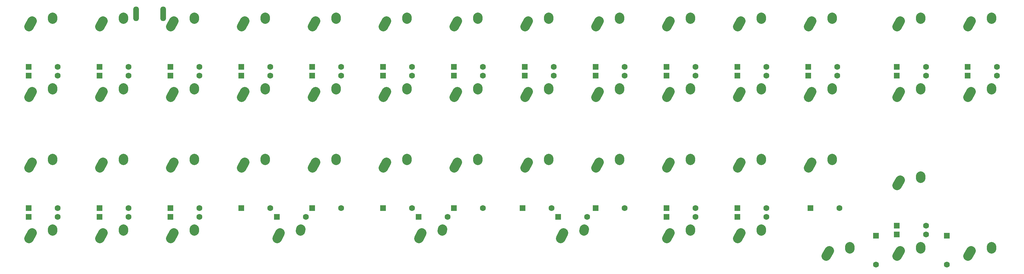
<source format=gbr>
G04 #@! TF.FileFunction,Copper,L1,Top,Signal*
%FSLAX46Y46*%
G04 Gerber Fmt 4.6, Leading zero omitted, Abs format (unit mm)*
G04 Created by KiCad (PCBNEW 4.0.7) date 07/11/18 03:04:03*
%MOMM*%
%LPD*%
G01*
G04 APERTURE LIST*
%ADD10C,0.100000*%
%ADD11R,1.600000X1.600000*%
%ADD12C,1.600000*%
%ADD13O,1.500000X4.000000*%
%ADD14C,2.500000*%
G04 APERTURE END LIST*
D10*
D11*
X19912500Y-34528125D03*
D12*
X27712500Y-34528125D03*
D11*
X19912500Y-36909375D03*
D12*
X27712500Y-36909375D03*
D11*
X19912500Y-72628125D03*
D12*
X27712500Y-72628125D03*
D11*
X19912500Y-75009375D03*
D12*
X27712500Y-75009375D03*
D11*
X38962500Y-34528125D03*
D12*
X46762500Y-34528125D03*
D11*
X38962500Y-36909375D03*
D12*
X46762500Y-36909375D03*
D11*
X38962500Y-72628125D03*
D12*
X46762500Y-72628125D03*
D11*
X38962500Y-75009375D03*
D12*
X46762500Y-75009375D03*
D11*
X58012500Y-34528125D03*
D12*
X65812500Y-34528125D03*
D11*
X58012500Y-36909375D03*
D12*
X65812500Y-36909375D03*
D11*
X58012500Y-72628125D03*
D12*
X65812500Y-72628125D03*
D11*
X58012500Y-75009375D03*
D12*
X65812500Y-75009375D03*
D11*
X77062500Y-34528125D03*
D12*
X84862500Y-34528125D03*
D11*
X77062500Y-36909375D03*
D12*
X84862500Y-36909375D03*
D11*
X77062500Y-72628125D03*
D12*
X84862500Y-72628125D03*
D11*
X86587500Y-75009375D03*
D12*
X94387500Y-75009375D03*
D11*
X96112500Y-34528125D03*
D12*
X103912500Y-34528125D03*
D11*
X96112500Y-36909375D03*
D12*
X103912500Y-36909375D03*
D11*
X96112500Y-72628125D03*
D12*
X103912500Y-72628125D03*
D11*
X115162500Y-34528125D03*
D12*
X122962500Y-34528125D03*
D11*
X115162500Y-36909375D03*
D12*
X122962500Y-36909375D03*
D11*
X115162500Y-72628125D03*
D12*
X122962500Y-72628125D03*
D11*
X124687500Y-75009375D03*
D12*
X132487500Y-75009375D03*
D11*
X134212500Y-34528125D03*
D12*
X142012500Y-34528125D03*
D11*
X134212500Y-36909375D03*
D12*
X142012500Y-36909375D03*
D11*
X134212500Y-72628125D03*
D12*
X142012500Y-72628125D03*
D11*
X153262500Y-34528125D03*
D12*
X161062500Y-34528125D03*
D11*
X153262500Y-36909375D03*
D12*
X161062500Y-36909375D03*
D11*
X152667188Y-72628125D03*
D12*
X160467188Y-72628125D03*
D11*
X162192188Y-75009375D03*
D12*
X169992188Y-75009375D03*
D11*
X172312500Y-34528125D03*
D12*
X180112500Y-34528125D03*
D11*
X172312500Y-36909375D03*
D12*
X180112500Y-36909375D03*
D11*
X172312500Y-72628125D03*
D12*
X180112500Y-72628125D03*
D11*
X191362500Y-34528125D03*
D12*
X199162500Y-34528125D03*
D11*
X191362500Y-36909375D03*
D12*
X199162500Y-36909375D03*
D11*
X191362500Y-72628125D03*
D12*
X199162500Y-72628125D03*
D11*
X191362500Y-75009375D03*
D12*
X199162500Y-75009375D03*
D11*
X210412500Y-34528125D03*
D12*
X218212500Y-34528125D03*
D11*
X210412500Y-36909375D03*
D12*
X218212500Y-36909375D03*
D11*
X210412500Y-72628125D03*
D12*
X218212500Y-72628125D03*
D11*
X210412500Y-75009375D03*
D12*
X218212500Y-75009375D03*
D11*
X229462500Y-34528125D03*
D12*
X237262500Y-34528125D03*
D11*
X229462500Y-36909375D03*
D12*
X237262500Y-36909375D03*
D11*
X230057813Y-72628125D03*
D12*
X237857813Y-72628125D03*
D11*
X247650000Y-80039063D03*
D12*
X247650000Y-87839063D03*
D11*
X253275000Y-34528125D03*
D12*
X261075000Y-34528125D03*
D11*
X253275000Y-36909375D03*
D12*
X261075000Y-36909375D03*
D11*
X253275000Y-77390625D03*
D12*
X261075000Y-77390625D03*
D11*
X253275000Y-79771875D03*
D12*
X261075000Y-79771875D03*
D11*
X272325000Y-34528125D03*
D12*
X280125000Y-34528125D03*
D11*
X272325000Y-36909375D03*
D12*
X280125000Y-36909375D03*
D11*
X266700000Y-80039063D03*
D12*
X266700000Y-87839063D03*
D13*
X48737500Y-20221875D03*
X56037500Y-20221875D03*
D14*
X230362953Y-41243796D02*
X229552047Y-42703704D01*
X235902224Y-40164422D02*
X235862776Y-40743078D01*
X211312953Y-60293796D02*
X210502047Y-61753704D01*
X216852224Y-59214422D02*
X216812776Y-59793078D01*
X211312953Y-41243796D02*
X210502047Y-42703704D01*
X216852224Y-40164422D02*
X216812776Y-40743078D01*
X173212953Y-60293796D02*
X172402047Y-61753704D01*
X178752224Y-59214422D02*
X178712776Y-59793078D01*
X192262953Y-60293796D02*
X191452047Y-61753704D01*
X197802224Y-59214422D02*
X197762776Y-59793078D01*
X39862953Y-41243796D02*
X39052047Y-42703704D01*
X45402224Y-40164422D02*
X45362776Y-40743078D01*
X116062953Y-60293796D02*
X115252047Y-61753704D01*
X121602224Y-59214422D02*
X121562776Y-59793078D01*
X230362953Y-22193796D02*
X229552047Y-23653704D01*
X235902224Y-21114422D02*
X235862776Y-21693078D01*
X254175453Y-41243796D02*
X253364547Y-42703704D01*
X259714724Y-40164422D02*
X259675276Y-40743078D01*
X273225453Y-41243796D02*
X272414547Y-42703704D01*
X278764724Y-40164422D02*
X278725276Y-40743078D01*
X77962953Y-60293796D02*
X77152047Y-61753704D01*
X83502224Y-59214422D02*
X83462776Y-59793078D01*
X20812953Y-79343796D02*
X20002047Y-80803704D01*
X26352224Y-78264422D02*
X26312776Y-78843078D01*
X77962953Y-41243796D02*
X77152047Y-42703704D01*
X83502224Y-40164422D02*
X83462776Y-40743078D01*
X254175453Y-84106296D02*
X253364547Y-85566204D01*
X259714724Y-83026922D02*
X259675276Y-83605578D01*
X77962953Y-22193796D02*
X77152047Y-23653704D01*
X83502224Y-21114422D02*
X83462776Y-21693078D01*
X20812953Y-41243796D02*
X20002047Y-42703704D01*
X26352224Y-40164422D02*
X26312776Y-40743078D01*
X97012953Y-41243796D02*
X96202047Y-42703704D01*
X102552224Y-40164422D02*
X102512776Y-40743078D01*
X211312953Y-79343796D02*
X210502047Y-80803704D01*
X216852224Y-78264422D02*
X216812776Y-78843078D01*
X116062953Y-41243796D02*
X115252047Y-42703704D01*
X121602224Y-40164422D02*
X121562776Y-40743078D01*
X135112953Y-41243796D02*
X134302047Y-42703704D01*
X140652224Y-40164422D02*
X140612776Y-40743078D01*
X173212953Y-22193796D02*
X172402047Y-23653704D01*
X178752224Y-21114422D02*
X178712776Y-21693078D01*
X154162953Y-41243796D02*
X153352047Y-42703704D01*
X159702224Y-40164422D02*
X159662776Y-40743078D01*
X173212953Y-41243796D02*
X172402047Y-42703704D01*
X178752224Y-40164422D02*
X178712776Y-40743078D01*
X192262953Y-41243796D02*
X191452047Y-42703704D01*
X197802224Y-40164422D02*
X197762776Y-40743078D01*
X58912953Y-79343796D02*
X58102047Y-80803704D01*
X64452224Y-78264422D02*
X64412776Y-78843078D01*
X235125453Y-84106296D02*
X234314547Y-85566204D01*
X240664724Y-83026922D02*
X240625276Y-83605578D01*
X20812953Y-60293796D02*
X20002047Y-61753704D01*
X26352224Y-59214422D02*
X26312776Y-59793078D01*
X87487953Y-79343796D02*
X86677047Y-80803704D01*
X93027224Y-78264422D02*
X92987776Y-78843078D01*
X154162953Y-60293796D02*
X153352047Y-61753704D01*
X159702224Y-59214422D02*
X159662776Y-59793078D01*
X125587953Y-79343796D02*
X124777047Y-80803704D01*
X131127224Y-78264422D02*
X131087776Y-78843078D01*
X135112953Y-60293796D02*
X134302047Y-61753704D01*
X140652224Y-59214422D02*
X140612776Y-59793078D01*
X192262953Y-22193796D02*
X191452047Y-23653704D01*
X197802224Y-21114422D02*
X197762776Y-21693078D01*
X211312953Y-22193796D02*
X210502047Y-23653704D01*
X216852224Y-21114422D02*
X216812776Y-21693078D01*
X39862953Y-22193796D02*
X39052047Y-23653704D01*
X45402224Y-21114422D02*
X45362776Y-21693078D01*
X97012953Y-22193796D02*
X96202047Y-23653704D01*
X102552224Y-21114422D02*
X102512776Y-21693078D01*
X192262953Y-79343796D02*
X191452047Y-80803704D01*
X197802224Y-78264422D02*
X197762776Y-78843078D01*
X273225453Y-84106296D02*
X272414547Y-85566204D01*
X278764724Y-83026922D02*
X278725276Y-83605578D01*
X230362953Y-60293796D02*
X229552047Y-61753704D01*
X235902224Y-59214422D02*
X235862776Y-59793078D01*
X163687953Y-79343796D02*
X162877047Y-80803704D01*
X169227224Y-78264422D02*
X169187776Y-78843078D01*
X58912953Y-41243796D02*
X58102047Y-42703704D01*
X64452224Y-40164422D02*
X64412776Y-40743078D01*
X116062953Y-22193796D02*
X115252047Y-23653704D01*
X121602224Y-21114422D02*
X121562776Y-21693078D01*
X20812953Y-22193796D02*
X20002047Y-23653704D01*
X26352224Y-21114422D02*
X26312776Y-21693078D01*
X254175453Y-22193796D02*
X253364547Y-23653704D01*
X259714724Y-21114422D02*
X259675276Y-21693078D01*
X273225453Y-22193796D02*
X272414547Y-23653704D01*
X278764724Y-21114422D02*
X278725276Y-21693078D01*
X154162953Y-22193796D02*
X153352047Y-23653704D01*
X159702224Y-21114422D02*
X159662776Y-21693078D01*
X254175453Y-65056296D02*
X253364547Y-66516204D01*
X259714724Y-63976922D02*
X259675276Y-64555578D01*
X97012953Y-60293796D02*
X96202047Y-61753704D01*
X102552224Y-59214422D02*
X102512776Y-59793078D01*
X58912953Y-22193796D02*
X58102047Y-23653704D01*
X64452224Y-21114422D02*
X64412776Y-21693078D01*
X39862953Y-79343796D02*
X39052047Y-80803704D01*
X45402224Y-78264422D02*
X45362776Y-78843078D01*
X58912953Y-60293796D02*
X58102047Y-61753704D01*
X64452224Y-59214422D02*
X64412776Y-59793078D01*
X135112953Y-22193796D02*
X134302047Y-23653704D01*
X140652224Y-21114422D02*
X140612776Y-21693078D01*
X39862953Y-60293796D02*
X39052047Y-61753704D01*
X45402224Y-59214422D02*
X45362776Y-59793078D01*
M02*

</source>
